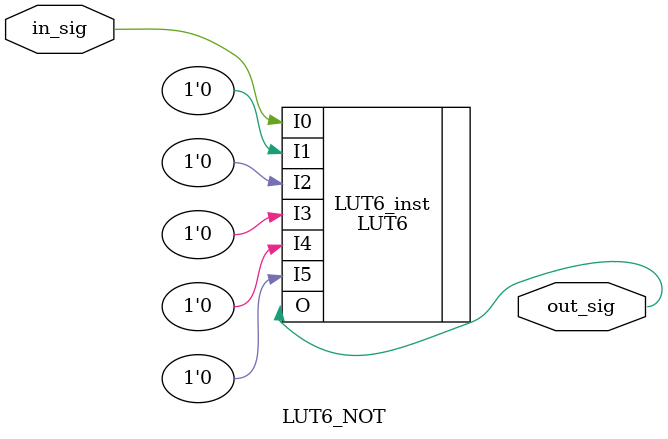
<source format=v>
module LUT6_NOT(
    input in_sig,
    output out_sig
    );
// LUT6: 6-input Look-Up Table with general output
// 7 Series
// Xilinx HDL Language Template, version 2018.3
(* LOCK_PINS="I0:A6, I1:A2, I2:A1, I3:A3, I4:A4, I5:A5" *) // Arash: this is important to make the inverters consistent
LUT6 #(
 .INIT(64'h5555555555555555) // Arash: This should make an inverter
) LUT6_inst (
 .O(out_sig), // LUT general output
 .I0(in_sig), // LUT input
 .I1(1'b0), // LUT input
 .I2(1'b0), // LUT input
 .I3(1'b0), // LUT input
 .I4(1'b0), // LUT input
 .I5(1'b0) // LUT input
);
// End of LUT6_inst instantiation
endmodule

</source>
